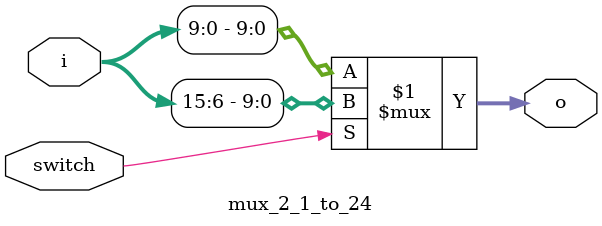
<source format=v>
module mux_2_1_to_24(
input [15:0] i,
input switch,
output [9:0] o);

assign o = switch ? (i[15:6]) : (i[9:0]);

endmodule

</source>
